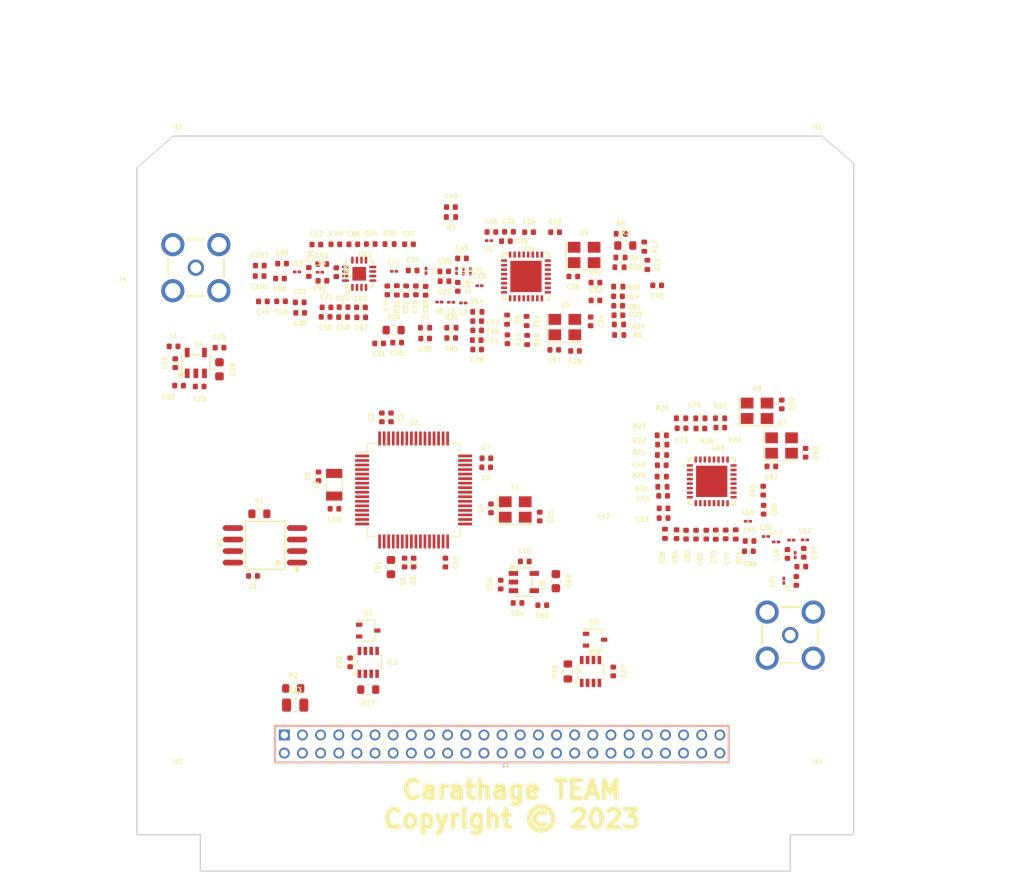
<source format=kicad_pcb>
(kicad_pcb (version 20221018) (generator pcbnew)
  (title_block (title "UPSat COMMS") (date "2016-04-09") (rev "0.3"))
  (layers (0 "F.Cu" signal) (1 "In1.Cu" signal) (2 "In2.Cu" signal) (31 "B.Cu" signal) (34 "B.Paste" user) (35 "F.Paste" user) (36 "B.SilkS" user "B.Silkscreen") (37 "F.SilkS" user "F.Silkscreen") (38 "B.Mask" user) (39 "F.Mask" user) (44 "Edge.Cuts" user))
  (net 0 "")
  (net 1 "GND")
  (net 2 "+3V3")
  (net 3 "/STM32L4_HSE_IN")
  (net 4 "/STM32L4_LSE_IN")
  (net 5 "/VDDA")
  (net 6 "/STM32L4_LSE_OUT")
  (net 7 "/STM32L4_HSE_OUT")
  (net 8 "/STM32L4_NRST")
  (net 9 "/5V")
  (net 10 "/3V3")
  (net 11 "/OUT_3V3")
  (net 12 "Net-(C49-Pad1)")
  (net 13 "VDD")
  (net 14 "Net-(C53-Pad1)")
  (net 15 "Net-(C54-Pad1)")
  (net 16 "Net-(C56-Pad2)")
  (net 17 "Net-(C56-Pad1)")
  (net 18 "Net-(C57-Pad2)")
  (net 19 "Net-(C59-Pad2)")
  (net 20 "Net-(C61-Pad2)")
  (net 21 "Net-(C75-Pad2)")
  (net 22 "Net-(C75-Pad1)")
  (net 23 "Net-(C78-Pad2)")
  (net 24 "Net-(C82-Pad2)")
  (net 25 "Net-(C86-Pad2)")
  (net 26 "Net-(C86-Pad1)")
  (net 27 "Net-(C87-Pad1)")
  (net 28 "Net-(C90-Pad1)")
  (net 29 "Net-(C94-Pad2)")
  (net 30 "Net-(C95-Pad2)")
  (net 31 "Net-(C95-Pad1)")
  (net 32 "Net-(C97-Pad1)")
  (net 33 "Net-(C100-Pad1)")
  (net 34 "Net-(C102-Pad1)")
  (net 35 "/5V_OCP_control")
  (net 36 "/SUP_5V0")
  (net 37 "Net-(IC1-Pad6)")
  (net 38 "/CS")
  (net 39 "Net-(R3-Pad1)")
  (net 40 "Net-(R5-Pad2)")
  (net 41 "/1RESET_N")
  (net 42 "Net-(R6-Pad2)")
  (net 43 "/1GPIO3")
  (net 44 "Net-(R7-Pad2)")
  (net 45 "/1GPIO2")
  (net 46 "Net-(R8-Pad2)")
  (net 47 "/SPI1_MOSI")
  (net 48 "Net-(R9-Pad2)")
  (net 49 "/SPI1_SCK")
  (net 50 "Net-(R10-Pad2)")
  (net 51 "/SPI1_MISO")
  (net 52 "Net-(R12-Pad2)")
  (net 53 "/1CS_N")
  (net 54 "/SUP_3V3_2")
  (net 55 "Net-(IC2-Pad6)")
  (net 56 "Net-(IC3-Pad6)")
  (net 57 "Net-(R21-Pad2)")
  (net 58 "/2RESET_N")
  (net 59 "Net-(R22-Pad2)")
  (net 60 "/2GPIO3")
  (net 61 "Net-(R23-Pad2)")
  (net 62 "/2GPIO2")
  (net 63 "Net-(R24-Pad2)")
  (net 64 "/SPI2_MOSI")
  (net 65 "Net-(R25-Pad2)")
  (net 66 "/SPI2_SCK")
  (net 67 "Net-(R26-Pad2)")
  (net 68 "/SPI2_MISO")
  (net 69 "Net-(R27-Pad2)")
  (net 70 "/2GPIO0")
  (net 71 "Net-(R28-Pad2)")
  (net 72 "/2CS_N")
  (net 73 "Net-(R34-Pad1)")
  (net 74 "/MISO")
  (net 75 "/CLK")
  (net 76 "/MOSI")
  (net 77 "Net-(U2-Pad62)")
  (net 78 "Net-(U2-Pad61)")
  (net 79 "Net-(U2-Pad59)")
  (net 80 "Net-(U2-Pad58)")
  (net 81 "Net-(U2-Pad57)")
  (net 82 "Net-(U2-Pad56)")
  (net 83 "Net-(U2-Pad55)")
  (net 84 "Net-(U2-Pad54)")
  (net 85 "Net-(U2-Pad50)")
  (net 86 "/STM32L4_SWDCLK")
  (net 87 "/STM32L4_SWDIO")
  (net 88 "Net-(U2-Pad45)")
  (net 89 "Net-(U2-Pad44)")
  (net 90 "Net-(U2-Pad38)")
  (net 91 "Net-(U2-Pad37)")
  (net 92 "Net-(U2-Pad36)")
  (net 93 "Net-(U2-Pad35)")
  (net 94 "/1GPIO0")
  (net 95 "Net-(U2-Pad28)")
  (net 96 "Net-(U2-Pad27)")
  (net 97 "/Conctrol_MCU")
  (net 98 "Net-(U2-Pad25)")
  (net 99 "/UART_Tx_Mission_Boss")
  (net 100 "/UART_Rx_Mission_Boss")
  (net 101 "Net-(U2-Pad14)")
  (net 102 "Net-(U2-Pad9)")
  (net 103 "Net-(U2-Pad8)")
  (net 104 "Net-(U2-Pad2)")
  (net 105 "Net-(C20-Pad1)")
  (net 106 "/3V3_OCP_control")
  (net 107 "Net-(IC2-Pad3)")
  (net 108 "Net-(IC2-Pad7)")
  (net 109 "Net-(IC2-Pad8)")
  (net 110 "Net-(IC3-Pad3)")
  (net 111 "Net-(IC3-Pad7)")
  (net 112 "Net-(IC3-Pad8)")
  (net 113 "Net-(C15-Pad1)")
  (net 114 "Net-(C19-Pad1)")
  (net 115 "Net-(C21-Pad2)")
  (net 116 "Net-(C21-Pad1)")
  (net 117 "Net-(C22-Pad2)")
  (net 118 "Net-(C23-Pad2)")
  (net 119 "Net-(C24-Pad2)")
  (net 120 "Net-(C32-Pad2)")
  (net 121 "Net-(C32-Pad1)")
  (net 122 "Net-(C33-Pad2)")
  (net 123 "Net-(C40-Pad2)")
  (net 124 "Net-(C42-Pad2)")
  (net 125 "Net-(C42-Pad1)")
  (net 126 "Net-(C43-Pad1)")
  (net 127 "Net-(C45-Pad1)")
  (net 128 "Net-(C46-Pad2)")
  (net 129 "Net-(C47-Pad2)")
  (net 130 "Net-(C47-Pad1)")
  (net 131 "Net-(C48-Pad1)")
  (net 132 "Net-(C55-Pad1)")
  (net 133 "Net-(C72-Pad1)")
  (net 134 "Net-(C76-Pad1)")
  (net 135 "Net-(C79-Pad1)")
  (net 136 "Net-(C83-Pad1)")
  (net 137 "Net-(C96-Pad2)")
  (net 138 "Net-(C101-Pad1)")
  (net 139 "Net-(C103-Pad1)")
  (net 140 "Net-(R18-Pad1)")
  (net 141 "Net-(C74-Pad2)")
  (net 142 "Net-(C74-Pad1)")
  (net 143 "Net-(R11-Pad2)")
  (net 144 "Net-(R33-Pad2)")
  (net 145 "Net-(U6-Pad16)")
  (net 146 "Net-(U10-Pad16)")
  (net 147 "Net-(U11-Pad7)")
  (net 148 "Net-(U11-Pad13)")
  (net 149 "Net-(U3-Pad1)")
  (net 150 "Net-(U7-Pad1)")
  (net 151 "Net-(J1-Pad4)")
  (net 152 "Net-(J1-Pad5)")
  (net 153 "Net-(J1-Pad6)")
  (net 154 "Net-(J1-Pad7)")
  (net 155 "Net-(J1-Pad8)")
  (net 156 "Net-(J1-Pad9)")
  (net 157 "Net-(J1-Pad10)")
  (net 158 "Net-(J1-Pad11)")
  (net 159 "Net-(J1-Pad12)")
  (net 160 "Net-(J1-Pad21)")
  (net 161 "Net-(J1-Pad22)")
  (net 162 "/SUP_UNREG_1")
  (net 163 "Net-(J1-Pad27)")
  (net 164 "Net-(J1-Pad28)")
  (net 165 "Net-(J1-Pad29)")
  (net 166 "Net-(J1-Pad30)")
  (net 167 "Net-(J1-Pad31)")
  (net 168 "Net-(J1-Pad32)")
  (net 169 "Net-(J1-Pad33)")
  (net 170 "Net-(J1-Pad34)")
  (net 171 "/SUP_UNREG_2")
  (net 172 "Net-(J1-Pad37)")
  (net 173 "Net-(J1-Pad38)")
  (net 174 "Net-(J1-Pad39)")
  (net 175 "Net-(J1-Pad40)")
  (net 176 "Net-(J1-Pad41)")
  (net 177 "Net-(J1-Pad42)")
  (net 178 "Net-(J1-Pad43)")
  (net 179 "Net-(J1-Pad44)")
  (net 180 "Net-(J1-Pad45)")
  (net 181 "Net-(J1-Pad46)")
  (net 182 "Net-(J1-Pad47)")
  (net 183 "Net-(J1-Pad48)")
  (net 184 "/SUP_3V3_1")
  (footprint "MountingHole:MountingHole_3.7mm" (layer "F.Cu") (at 210.86 43.87)
    (fp_text reference "H1")
    (fp_text value "MountingHole_Pad")
  )
  (footprint "MountingHole:MountingHole_3.7mm" (layer "F.Cu") (at 140.36 113.82)
    (fp_text reference "H3")
    (fp_text value "MountingHole_Pad")
  )
  (footprint "MountingHole:MountingHole_3.7mm" (layer "F.Cu") (at 210.86 113.82)
    (fp_text reference "H4")
    (fp_text value "MountingHole_Pad")
  )
  (footprint "MountingHole:MountingHole_3.7mm" (layer "F.Cu") (at 140.36 43.87)
    (fp_text reference "H2")
    (fp_text value "MountingHole_Pad")
  )
  (footprint "Capacitor_SMD:C_0402_1005Metric" (layer "F.Cu") (at 148.66 88.645 180)
    (fp_text reference "C1")
    (fp_text value "0.1uF")
  )
  (footprint "Capacitor_SMD:C_0402_1005Metric" (layer "F.Cu") (at 162.86 71.17 90)
    (fp_text reference "C2")
    (fp_text value "4.7uF")
  )
  (footprint "Capacitor_SMD:C_0402_1005Metric" (layer "F.Cu") (at 163.86 71.17 -90)
    (fp_text reference "C3")
    (fp_text value "0.1uF")
  )
  (footprint "Capacitor_SMD:C_0402_1005Metric" (layer "F.Cu") (at 174.885 81.195 90)
    (fp_text reference "C4")
    (fp_text value "12p")
  )
  (footprint "Capacitor_SMD:C_0402_1005Metric" (layer "F.Cu") (at 155.885 77.67 90)
    (fp_text reference "C5")
    (fp_text value "2.2p")
  )
  (footprint "Capacitor_SMD:C_0402_1005Metric" (layer "F.Cu") (at 165.36 87.17 -90)
    (fp_text reference "C6")
    (fp_text value "1uF")
  )
  (footprint "Capacitor_SMD:C_0402_1005Metric" (layer "F.Cu") (at 174.38 75.67)
    (fp_text reference "C7")
    (fp_text value "0.1uF")
  )
  (footprint "Capacitor_SMD:C_0402_1005Metric" (layer "F.Cu") (at 166.36 87.17 -90)
    (fp_text reference "C8")
    (fp_text value "0.1uF")
  )
  (footprint "Capacitor_SMD:C_0402_1005Metric" (layer "F.Cu") (at 174.36 76.67 180)
    (fp_text reference "C9")
    (fp_text value "0.1uF")
  )
  (footprint "Capacitor_SMD:C_0402_1005Metric" (layer "F.Cu") (at 157.635 81.245 180)
    (fp_text reference "C10")
    (fp_text value "2.2p")
  )
  (footprint "Capacitor_SMD:C_0402_1005Metric" (layer "F.Cu") (at 180.26 82.095 -90)
    (fp_text reference "C11")
    (fp_text value "12p")
  )
  (footprint "Capacitor_SMD:C_0402_1005Metric" (layer "F.Cu") (at 169.86 87.17 -90)
    (fp_text reference "C12")
    (fp_text value "0.1uF")
  )
  (footprint "Capacitor_SMD:C_0805_2012Metric" (layer "F.Cu") (at 153.31 102.88)
    (fp_text reference "C13")
    (fp_text value "10uF")
  )
  (footprint "Capacitor_SMD:C_0402_1005Metric" (layer "F.Cu") (at 176.7 62.56 -90)
    (fp_text reference "C14")
    (fp_text value "1u")
  )
  (footprint "Capacitor_SMD:C_0402_1005Metric" (layer "F.Cu") (at 151.75 58.38 180)
    (fp_text reference "C15")
    (fp_text value "100nF")
  )
  (footprint "Capacitor_SMD:C_0402_1005Metric" (layer "F.Cu") (at 140.085 65.195 90)
    (fp_text reference "C16")
    (fp_text value "100nF")
  )
  (footprint "Capacitor_SMD:C_0402_1005Metric" (layer "F.Cu") (at 173.36 60.56)
    (fp_text reference "C17")
    (fp_text value "47nF")
  )
  (footprint "Capacitor_SMD:C_0402_1005Metric" (layer "F.Cu") (at 173.36 61.58 180)
    (fp_text reference "C18")
    (fp_text value "47nF")
  )
  (footprint "Capacitor_SMD:C_0402_1005Metric" (layer "F.Cu") (at 173.31 62.66)
    (fp_text reference "C19")
    (fp_text value "220nF")
  )
  (footprint "Capacitor_SMD:C_0402_1005Metric" (layer "F.Cu") (at 140.51 67.67 180)
    (fp_text reference "C20")
    (fp_text value "10nF")
  )
  (footprint "Capacitor_SMD:C_0402_1005Metric" (layer "F.Cu") (at 169.77 56.16 180)
    (fp_text reference "C21")
    (fp_text value "22pF")
  )
  (footprint "Capacitor_SMD:C_0402_1005Metric" (layer "F.Cu") (at 188.93 59.91 180)
    (fp_text reference "C22")
    (fp_text value "15pF")
  )
  (footprint "Capacitor_SMD:C_0402_1005Metric" (layer "F.Cu") (at 153.81 58.49)
    (fp_text reference "C23")
    (fp_text value "15pF")
  )
  (footprint "Capacitor_SMD:C_0402_1005Metric" (layer "F.Cu") (at 188.88 57.83 180)
    (fp_text reference "C24")
    (fp_text value "47nF")
  )
  (footprint "Capacitor_SMD:C_0402_1005Metric" (layer "F.Cu") (at 142.785 67.77 180)
    (fp_text reference "C25")
    (fp_text value "47nF")
  )
  (footprint "Capacitor_SMD:C_0402_1005Metric" (layer "F.Cu") (at 144.97 63.49)
    (fp_text reference "C26")
    (fp_text value "TBD")
  )
  (footprint "Capacitor_SMD:C_0402_1005Metric" (layer "F.Cu") (at 165.85 52.09)
    (fp_text reference "C27")
    (fp_text value "47nF")
  )
  (footprint "Capacitor_SMD:C_0402_1005Metric" (layer "F.Cu") (at 184.15 63.85 180)
    (fp_text reference "C28")
    (fp_text value "47nF")
  )
  (footprint "Capacitor_SMD:C_0603_1608Metric" (layer "F.Cu") (at 144.96 65.87 -90)
    (fp_text reference "C29")
    (fp_text value "2.2uF")
  )
  (footprint "Capacitor_SMD:C_0402_1005Metric" (layer "F.Cu") (at 167.63 62.48 180)
    (fp_text reference "C30")
    (fp_text value "47nF")
  )
  (footprint "Capacitor_SMD:C_0402_1005Metric" (layer "F.Cu") (at 162.56 63.02 180)
    (fp_text reference "C31")
    (fp_text value "47nF")
  )
  (footprint "Capacitor_SMD:C_0402_1005Metric" (layer "F.Cu") (at 186.4 58.28)
    (fp_text reference "C32")
    (fp_text value "1.8nF")
  )
  (footprint "Capacitor_SMD:C_0402_1005Metric" (layer "F.Cu") (at 176.53 51.75 180)
    (fp_text reference "C33")
    (fp_text value "47nF")
  )
  (footprint "Capacitor_SMD:C_0402_1005Metric" (layer "F.Cu") (at 185.87 60.59 -90)
    (fp_text reference "C34")
    (fp_text value "47nF")
  )
  (footprint "Capacitor_SMD:C_0402_1005Metric" (layer "F.Cu") (at 164.55 62.93 180)
    (fp_text reference "C35")
    (fp_text value "10µF")
  )
  (footprint "Capacitor_SMD:C_0402_1005Metric" (layer "F.Cu") (at 176.87 50.72)
    (fp_text reference "C36")
    (fp_text value "47nF")
  )
  (footprint "Capacitor_SMD:C_0402_1005Metric" (layer "F.Cu") (at 188.36 99.17 -90)
    (fp_text reference "C37")
    (fp_text value "10µF")
  )
  (footprint "Capacitor_SMD:C_0402_1005Metric" (layer "F.Cu") (at 153.86 59.65 180)
    (fp_text reference "C38")
    (fp_text value "47nF")
  )
  (footprint "Capacitor_SMD:C_0402_1005Metric" (layer "F.Cu") (at 159.36 98.17 90)
    (fp_text reference "C39")
    (fp_text value "10µF")
  )
  (footprint "Capacitor_SMD:C_0402_1005Metric" (layer "F.Cu") (at 170.47 47.99)
    (fp_text reference "C40")
    (fp_text value "10nF")
  )
  (footprint "Capacitor_SMD:C_0402_1005Metric" (layer "F.Cu") (at 186.4 56.31)
    (fp_text reference "C41")
    (fp_text value "10nF")
  )
  (footprint "Capacitor_SMD:C_0402_1005Metric" (layer "F.Cu") (at 155.64 52.12)
    (fp_text reference "C42")
    (fp_text value "39pF")
  )
  (footprint "Capacitor_SMD:C_0402_1005Metric" (layer "F.Cu") (at 193.2 56.62 180)
    (fp_text reference "C43")
    (fp_text value "56pF")
  )
  (footprint "Capacitor_SMD:C_0402_1005Metric" (layer "F.Cu") (at 149.75 58.39 180)
    (fp_text reference "C44")
    (fp_text value "100pF")
  )
  (footprint "Capacitor_SMD:C_0402_1005Metric" (layer "F.Cu") (at 171.69 53.65)
    (fp_text reference "C45")
    (fp_text value "2.2pF")
  )
  (footprint "Capacitor_SMD:C_0402_1005Metric" (layer "F.Cu") (at 174.93 50.74)
    (fp_text reference "C46")
    (fp_text value "5.1pF")
  )
  (footprint "Capacitor_SMD:C_0402_1005Metric" (layer "F.Cu") (at 193.91 81.195)
    (fp_text reference "C47")
    (fp_text value "5.1pF")
  )
  (footprint "Capacitor_SMD:C_0402_1005Metric" (layer "F.Cu") (at 171.23 56.78 -90)
    (fp_text reference "C48")
    (fp_text value "5.1pF")
  )
  (footprint "Capacitor_SMD:C_0402_1005Metric" (layer "F.Cu") (at 193.71 76.445)
    (fp_text reference "C49")
    (fp_text value "100nF")
  )
  (footprint "Capacitor_SMD:C_0402_1005Metric" (layer "F.Cu") (at 175.96 89.595 90)
    (fp_text reference "C50")
    (fp_text value "100nF")
  )
  (footprint "Capacitor_SMD:C_0402_1005Metric" (layer "F.Cu") (at 193.86 79.82)
    (fp_text reference "C51")
    (fp_text value "47nF")
  )
  (footprint "Capacitor_SMD:C_0402_1005Metric" (layer "F.Cu") (at 181.95 50.76)
    (fp_text reference "C52")
    (fp_text value "47nF")
  )
  (footprint "Capacitor_SMD:C_0402_1005Metric" (layer "F.Cu") (at 193.91 82.27)
    (fp_text reference "C53")
    (fp_text value "220nF")
  )
  (footprint "Capacitor_SMD:C_0402_1005Metric" (layer "F.Cu") (at 177.81 91.62 180)
    (fp_text reference "C54")
    (fp_text value "10nF")
  )
  (footprint "Capacitor_SMD:C_0402_1005Metric" (layer "F.Cu") (at 169.73 55.08)
    (fp_text reference "C55")
    (fp_text value "6.2pF")
  )
  (footprint "Capacitor_SMD:C_0402_1005Metric" (layer "F.Cu") (at 183.96 55.64 180)
    (fp_text reference "C56")
    (fp_text value "22pF")
  )
  (footprint "Capacitor_SMD:C_0402_1005Metric" (layer "F.Cu") (at 156.66 60.095 180)
    (fp_text reference "C58")
    (fp_text value "3.3uF")
  )
  (footprint "Capacitor_SMD:C_0402_1005Metric" (layer "F.Cu") (at 158.585 60.12 180)
    (fp_text reference "C60")
    (fp_text value "10000pF")
  )
  (footprint "Capacitor_SMD:C_0402_1005Metric" (layer "F.Cu") (at 160.56 59.045 180)
    (fp_text reference "C62")
    (fp_text value "10000pF")
  )
  (footprint "Capacitor_SMD:C_0402_1005Metric" (layer "F.Cu") (at 180.535 91.87 180)
    (fp_text reference "C63")
    (fp_text value "47nF")
  )
  (footprint "Capacitor_SMD:C_0402_1005Metric" (layer "F.Cu") (at 179.08 50.76)
    (fp_text reference "C64")
    (fp_text value "TBD")
  )
  (footprint "Capacitor_SMD:C_0402_1005Metric" (layer "F.Cu") (at 197.485 84.095 -90)
    (fp_text reference "C65")
    (fp_text value "47nF")
  )
  (footprint "Capacitor_SMD:C_0402_1005Metric" (layer "F.Cu") (at 160.585 60.145 180)
    (fp_text reference "C67")
    (fp_text value "1nF")
  )
  (footprint "Capacitor_SMD:C_0402_1005Metric" (layer "F.Cu") (at 158.635 59.02 180)
    (fp_text reference "C68")
    (fp_text value "1nF")
  )
  (footprint "Capacitor_SMD:C_0603_1608Metric" (layer "F.Cu") (at 182.035 89.22 -90)
    (fp_text reference "C69")
    (fp_text value "2.2uF")
  )
  (footprint "Capacitor_SMD:C_0402_1005Metric" (layer "F.Cu") (at 198.61 84.095 -90)
    (fp_text reference "C70")
    (fp_text value "47nF")
  )
  (footprint "Capacitor_SMD:C_0402_1005Metric" (layer "F.Cu") (at 156.76 59.045)
    (fp_text reference "C71")
    (fp_text value "330pF")
  )
  (footprint "Capacitor_SMD:C_0402_1005Metric" (layer "F.Cu") (at 166.61 57.17 -90)
    (fp_text reference "C72")
    (fp_text value "330pF")
  )
  (footprint "Capacitor_SMD:C_0402_1005Metric" (layer "F.Cu") (at 163.46 57.17 -90)
    (fp_text reference "C74")
    (fp_text value "56pF")
  )
  (footprint "Capacitor_SMD:C_0402_1005Metric" (layer "F.Cu") (at 166.25 54.98)
    (fp_text reference "C76")
    (fp_text value "18pF")
  )
  (footprint "Capacitor_SMD:C_0402_1005Metric" (layer "F.Cu") (at 200.76 84.07 -90)
    (fp_text reference "C77")
    (fp_text value "47nF")
  )
  (footprint "Capacitor_SMD:C_0402_1005Metric" (layer "F.Cu") (at 173.36 63.69 180)
    (fp_text reference "C78")
    (fp_text value "47nF")
  )
  (footprint "Capacitor_SMD:C_0402_1005Metric" (layer "F.Cu") (at 157.735 52.095)
    (fp_text reference "C79")
    (fp_text value "10000pF")
  )
  (footprint "Capacitor_SMD:C_0402_1005Metric" (layer "F.Cu") (at 188.9 58.87 180)
    (fp_text reference "C81")
    (fp_text value "47nF")
  )
  (footprint "Capacitor_SMD:C_0402_1005Metric" (layer "F.Cu") (at 196.385 84.095 -90)
    (fp_text reference "C82")
    (fp_text value "10nF")
  )
  (footprint "Capacitor_SMD:C_0402_1005Metric" (layer "F.Cu") (at 167.68 57.22 90)
    (fp_text reference "C83")
    (fp_text value "18pF")
  )
  (footprint "Capacitor_SMD:C_0402_1005Metric" (layer "F.Cu") (at 161.635 52.07)
    (fp_text reference "C84")
    (fp_text value "10000pF")
  )
  (footprint "Capacitor_SMD:C_0402_1005Metric" (layer "F.Cu") (at 170.5 62.42 180)
    (fp_text reference "C85")
    (fp_text value "10nF")
  )
  (footprint "Capacitor_SMD:C_0402_1005Metric" (layer "F.Cu") (at 203.31 85.92)
    (fp_text reference "C86")
    (fp_text value "150 pF")
  )
  (footprint "Capacitor_SMD:C_0402_1005Metric" (layer "F.Cu") (at 159.71 52.095)
    (fp_text reference "C88")
    (fp_text value "47pF")
  )
  (footprint "Capacitor_SMD:C_0402_1005Metric" (layer "F.Cu") (at 207.56 86.22 90)
    (fp_text reference "C90" hide)
    (fp_text value "15 pF")
  )
  (footprint "Capacitor_SMD:C_0402_1005Metric" (layer "F.Cu") (at 156.31 56.12)
    (fp_text reference "C91")
    (fp_text value "47pF")
  )
  (footprint "Capacitor_SMD:C_0402_1005Metric" (layer "F.Cu") (at 156.285 54.27)
    (fp_text reference "C92")
    (fp_text value "1nF")
  )
  (footprint "Capacitor_SMD:C_0402_1005Metric" (layer "F.Cu") (at 157.835 55.17 -90)
    (fp_text reference "C93")
    (fp_text value "3.3uF")
  )
  (footprint "Capacitor_SMD:C_0402_1005Metric" (layer "F.Cu") (at 195.335 84.045 -90)
    (fp_text reference "C94")
    (fp_text value "15 pF")
  )
  (footprint "Capacitor_SMD:C_0402_1005Metric" (layer "F.Cu") (at 203.385 84.795)
    (fp_text reference "C95")
    (fp_text value "15 pF")
  )
  (footprint "Capacitor_SMD:C_0402_1005Metric" (layer "F.Cu") (at 154.81 55.145 -90)
    (fp_text reference "C96")
    (fp_text value "TBD")
  )
  (footprint "Capacitor_SMD:C_0402_1005Metric" (layer "F.Cu") (at 209.36 86.095 -90)
    (fp_text reference "C97")
    (fp_text value "15 pF")
  )
  (footprint "Capacitor_SMD:C_0402_1005Metric" (layer "F.Cu") (at 151.635 55.87 180)
    (fp_text reference "C98")
    (fp_text value "6.8 pF")
  )
  (footprint "Capacitor_SMD:C_0402_1005Metric" (layer "F.Cu") (at 151.86 54.22)
    (fp_text reference "C99")
    (fp_text value "22 pF")
  )
  (footprint "Capacitor_SMD:C_0402_1005Metric" (layer "F.Cu") (at 209.085 87.62)
    (fp_text reference "C100" hide)
    (fp_text value "18 pF")
  )
  (footprint "Capacitor_SMD:C_0402_1005Metric" (layer "F.Cu") (at 149.385 55.595 180)
    (fp_text reference "C101")
    (fp_text value "4 pF")
  )
  (footprint "Capacitor_SMD:C_0402_1005Metric" (layer "F.Cu") (at 208.535 89.195 -90)
    (fp_text reference "C102" hide)
    (fp_text value "1.8 pF")
  )
  (footprint "Capacitor_SMD:C_0402_1005Metric" (layer "F.Cu") (at 149.41 54.445)
    (fp_text reference "C103")
    (fp_text value "56pF")
  )
  (footprint "Inductor_SMD:L_0603_1608Metric" (layer "F.Cu") (at 163.86 87.67 90)
    (fp_text reference "FB1")
    (fp_text value "Ferrite_Bead")
  )
  (footprint "foot-print-library:LTC4361ITS8-2#TRMPBF" (layer "F.Cu") (at 161.36 98.17)
    (fp_text reference "IC2")
    (fp_text value "LTC4361ITS8-2#TRMPBF" hide)
  )
  (footprint "foot-print-library:LTC4361ITS8-2#TRMPBF" (layer "F.Cu") (at 185.86 99.17)
    (fp_text reference "IC3")
    (fp_text value "LTC4361ITS8-2#TRMPBF" hide)
  )
  (footprint "foot-print-library:60611002111502" (layer "F.Cu") (at 207.86 95.17)
    (fp_text reference "J3")
    (fp_text value "SMA")
  )
  (footprint "foot-print-library:60611002111502" (layer "F.Cu") (at 142.36 54.67 180)
    (fp_text reference "J4")
    (fp_text value "SMA")
  )
  (footprint "Capacitor_SMD:C_0402_1005Metric" (layer "F.Cu") (at 139.91 63.345)
    (fp_text reference "L1")
    (fp_text value "BLM15HG102SN1D")
  )
  (footprint "Inductor_SMD:L_01005_0402Metric" (layer "F.Cu") (at 171.83 58.56 180)
    (fp_text reference "L2")
    (fp_text value "56nH")
  )
  (footprint "Inductor_SMD:L_01005_0402Metric" (layer "F.Cu") (at 170.49 58.48 180)
    (fp_text reference "L3")
    (fp_text value "56nH")
  )
  (footprint "Inductor_SMD:L_01005_0402Metric" (layer "F.Cu") (at 171.84 55.07 -90)
    (fp_text reference "L4")
    (fp_text value "15nH")
  )
  (footprint "Inductor_SMD:L_01005_0402Metric" (layer "F.Cu") (at 174.67 51.69 180)
    (fp_text reference "L5")
    (fp_text value "27nH")
  )
  (footprint "Inductor_SMD:L_01005_0402Metric" (layer "F.Cu") (at 172.62 55.08 -90)
    (fp_text reference "L6")
    (fp_text value "27nH")
  )
  (footprint "Inductor_SMD:L_01005_0402Metric" (layer "F.Cu") (at 171.09 55.03 -90)
    (fp_text reference "L7")
    (fp_text value "43nH")
  )
  (footprint "Inductor_SMD:L_01005_0402Metric" (layer "F.Cu") (at 169.2 58.46 180)
    (fp_text reference "L8")
    (fp_text value "15nH")
  )
  (footprint "Inductor_SMD:L_01005_0402Metric" (layer "F.Cu") (at 167.72 55.02 -90)
    (fp_text reference "L9")
    (fp_text value "22nH")
  )
  (footprint "Capacitor_SMD:C_0402_1005Metric" (layer "F.Cu") (at 178.61 87.045)
    (fp_text reference "L10")
    (fp_text value "Capacitor_SMD:C_0402_1005Metric")
  )
  (footprint "Inductor_SMD:L_01005_0402Metric" (layer "F.Cu") (at 164.2 55.08)
    (fp_text reference "L11")
    (fp_text value "6.8nH")
  )
  (footprint "Inductor_SMD:L_01005_0402Metric" (layer "F.Cu") (at 173.62 56.66)
    (fp_text reference "L13")
    (fp_text value "180 nH")
  )
  (footprint "Inductor_SMD:L_01005_0402Metric" (layer "F.Cu") (at 156.035 55.17)
    (fp_text reference "L14")
    (fp_text value "Taiyo Yuden ")
  )
  (footprint "Inductor_SMD:L_01005_0402Metric" (layer "F.Cu") (at 206.31 84.895)
    (fp_text reference "L17")
    (fp_text value "91 nH")
  )
  (footprint "Inductor_SMD:L_01005_0402Metric" (layer "F.Cu") (at 153.51 55.145)
    (fp_text reference "L18")
    (fp_text value "4.3 nH")
  )
  (footprint "Inductor_SMD:L_01005_0402Metric" (layer "F.Cu") (at 208.41 86.345 90)
    (fp_text reference "L19")
    (fp_text value "120 nH")
  )
  (footprint "Inductor_SMD:L_01005_0402Metric" (layer "F.Cu") (at 207.16 89.17 90)
    (fp_text reference "L21")
    (fp_text value "75 nH")
  )
  (footprint "Package_TO_SOT_SMD:SOT-323_SC-70" (layer "F.Cu") (at 161.36 94.67)
    (fp_text reference "Q2")
    (fp_text value "FDMS8050")
  )
  (footprint "Package_TO_SOT_SMD:SOT-323_SC-70" (layer "F.Cu") (at 186.36 95.67)
    (fp_text reference "Q3")
    (fp_text value "FDMS8050")
  )
  (footprint "Resistor_SMD:R_0603_1608Metric" (layer "F.Cu") (at 149.36 81.795)
    (fp_text reference "R1")
    (fp_text value "10K")
  )
  (footprint "Resistor_SMD:R_0603_1608Metric" (layer "F.Cu") (at 153.09 101.04)
    (fp_text reference "R2")
    (fp_text value "10K")
  )
  (footprint "Resistor_SMD:R_0603_1608Metric" (layer "F.Cu") (at 189.69 52.23)
    (fp_text reference "R3")
    (fp_text value "10K")
  )
  (footprint "Resistor_SMD:R_0402_1005Metric" (layer "F.Cu") (at 189.19 50.94)
    (fp_text reference "R4")
    (fp_text value "0")
  )
  (footprint "Resistor_SMD:R_0402_1005Metric" (layer "F.Cu") (at 170.48 49.09 180)
    (fp_text reference "R5")
    (fp_text value "0")
  )
  (footprint "Resistor_SMD:R_0402_1005Metric" (layer "F.Cu") (at 189.16 53.55)
    (fp_text reference "R6")
    (fp_text value "0")
  )
  (footprint "Resistor_SMD:R_0402_1005Metric" (layer "F.Cu") (at 167.62 61.29)
    (fp_text reference "R7")
    (fp_text value "0")
  )
  (footprint "Resistor_SMD:R_0402_1005Metric" (layer "F.Cu") (at 189.02 62.09 180)
    (fp_text reference "R8")
    (fp_text value "0")
  )
  (footprint "Resistor_SMD:R_0402_1005Metric" (layer "F.Cu") (at 176.66 60.4 -90)
    (fp_text reference "R9")
    (fp_text value "0")
  )
  (footprint "Resistor_SMD:R_0402_1005Metric" (layer "F.Cu") (at 189.05 54.62)
    (fp_text reference "R10")
    (fp_text value "0")
  )
  (footprint "Resistor_SMD:R_0402_1005Metric" (layer "F.Cu") (at 178.81 60.55 -90)
    (fp_text reference "R11")
    (fp_text value "0")
  )
  (footprint "Resistor_SMD:R_0402_1005Metric" (layer "F.Cu") (at 191.78 52.36 -90)
    (fp_text reference "R12")
    (fp_text value "0")
  )
  (footprint "Resistor_SMD:R_0402_1005Metric" (layer "F.Cu") (at 192.12 54.36 -90)
    (fp_text reference "R13")
    (fp_text value "0")
  )
  (footprint "Resistor_SMD:R_0402_1005Metric" (layer "F.Cu") (at 173.38 59.54)
    (fp_text reference "R14")
    (fp_text value "0")
  )
  (footprint "Resistor_SMD:R_0603_1608Metric" (layer "F.Cu") (at 164.16 61.55)
    (fp_text reference "R15")
    (fp_text value "0.025R")
  )
  (footprint "Resistor_SMD:R_0603_1608Metric" (layer "F.Cu") (at 183.36 99.17 90)
    (fp_text reference "R16")
    (fp_text value "0.025R")
  )
  (footprint "Resistor_SMD:R_0603_1608Metric" (layer "F.Cu") (at 161.36 101.17)
    (fp_text reference "R17")
    (fp_text value "0.025R")
  )
  (footprint "Resistor_SMD:R_0402_1005Metric" (layer "F.Cu") (at 188.91 56.76)
    (fp_text reference "R18")
    (fp_text value "56K")
  )
  (footprint "Resistor_SMD:R_0402_1005Metric" (layer "F.Cu") (at 178.87 62.64 -90)
    (fp_text reference "R19")
    (fp_text value "18")
  )
  (footprint "Resistor_SMD:R_0402_1005Metric" (layer "F.Cu") (at 193.785 78.82 180)
    (fp_text reference "R20")
    (fp_text value "0")
  )
  (footprint "Resistor_SMD:R_0402_1005Metric" (layer "F.Cu") (at 193.735 75.32)
    (fp_text reference "R21")
    (fp_text value "0")
  )
  (footprint "Resistor_SMD:R_0402_1005Metric" (layer "F.Cu") (at 193.76 74.17)
    (fp_text reference "R22")
    (fp_text value "0")
  )
  (footprint "Resistor_SMD:R_0402_1005Metric" (layer "F.Cu") (at 193.71 73.145)
    (fp_text reference "R23")
    (fp_text value "0")
  )
  (footprint "Resistor_SMD:R_0402_1005Metric" (layer "F.Cu") (at 188.99 60.93 180)
    (fp_text reference "R24")
    (fp_text value "0")
  )
  (footprint "Resistor_SMD:R_0402_1005Metric" (layer "F.Cu") (at 194.06 83.995 90)
    (fp_text reference "R28")
    (fp_text value "0")
  )
  (footprint "Resistor_SMD:R_0402_1005Metric" (layer "F.Cu") (at 193.71 77.695)
    (fp_text reference "R29")
    (fp_text value "0")
  )
  (footprint "Resistor_SMD:R_0402_1005Metric" (layer "F.Cu") (at 170.53 61.29)
    (fp_text reference "R30")
    (fp_text value "0")
  )
  (footprint "Resistor_SMD:R_0402_1005Metric" (layer "F.Cu") (at 165.535 57.195 -90)
    (fp_text reference "R31")
    (fp_text value "0")
  )
  (footprint "Resistor_SMD:R_0402_1005Metric" (layer "F.Cu") (at 164.51 57.17 -90)
    (fp_text reference "R32")
    (fp_text value "180")
  )
  (footprint "Resistor_SMD:R_0402_1005Metric" (layer "F.Cu") (at 163.71 52.07)
    (fp_text reference "R33")
    (fp_text value "18")
  )
  (footprint "Resistor_SMD:R_0402_1005Metric" (layer "F.Cu") (at 199.66 84.095 -90)
    (fp_text reference "R34" hide)
    (fp_text value "56K")
  )
  (footprint "Resistor_SMD:R_0402_1005Metric" (layer "F.Cu") (at 201.86 84.07 -90)
    (fp_text reference "R35")
    (fp_text value "22 Ohm")
  )
  (footprint "foot-print-library:FLAHMEMORY" (layer "F.Cu") (at 149.985 85.27 90)
    (fp_text reference "U1")
    (fp_text value "W25Q128JVSIQ" hide)
  )
  (footprint "Package_QFP:LQFP-64_10x10mm_P0.5mm" (layer "F.Cu") (at 166.36 79.17)
    (fp_text reference "U2")
    (fp_text value "STM32L431RCTx")
  )
  (footprint "Crystal:Crystal_SMD_3225-4Pin_3.2x2.5mm" (layer "F.Cu") (at 183.02 61.22)
    (fp_text reference "U3")
    (fp_text value "TXCO_TG_5021CG")
  )
  (footprint "foot-print-library:TSOT-23-5_L2.9-W1.6-P0.95-LS2.8-BL" (layer "F.Cu") (at 142.36 65.17)
    (fp_text reference "U4")
    (fp_text value "TPS79930" hide)
  )
  (footprint "Crystal:Crystal_SMD_3225-4Pin_3.2x2.5mm" (layer "F.Cu") (at 185.15 53.27)
    (fp_text reference "U5")
    (fp_text value "FA_128_")
  )
  (footprint "foot-print-library:HVQFN-32_L5.0-W5.0-P0.50-TL-EP" (layer "F.Cu") (at 178.74 55.64)
    (fp_text reference "U6")
    (fp_text value "CC1125" hide)
  )
  (footprint "foot-print-library:TSOT-23-5_L2.9-W1.6-P0.95-LS2.8-BL" (layer "F.Cu") (at 178.51 89.32 -90)
    (fp_text reference "U8")
    (fp_text value "TPS79930" hide)
  )
  (footprint "foot-print-library:HVQFN-32_L5.0-W5.0-P0.50-TL-EP" (layer "F.Cu") (at 199.21 78.22)
    (fp_text reference "U10")
    (fp_text value "CC1125" hide)
  )
  (footprint "foot-print-library:QFN-16_L3.0-W3.0-P0.50-BL-EP1.5" (layer "F.Cu") (at 160.36 55.345)
    (fp_text reference "U11")
    (fp_text value "RF5110G" hide)
  )
  (footprint "Crystal:Crystal_SMD_3225-4Pin_3.2x2.5mm" (layer "F.Cu") (at 177.56 81.32)
    (fp_text reference "Y1")
    (fp_text value "12M")
  )
  (footprint "Crystal:Crystal_SMD_3215-2Pin_3.2x1.5mm" (layer "F.Cu") (at 157.61 78.595 90)
    (fp_text reference "Y2")
    (fp_text value "32.768KHz")
  )
  (footprint "Capacitor_SMD:C_0402_1005Metric" (layer "F.Cu") (at 200.16 72.295)
    (fp_text reference "C80")
    (fp_text value "47nF")
  )
  (footprint "Resistor_SMD:R_0402_1005Metric" (layer "F.Cu") (at 200.135 71.27)
    (fp_text reference "R27")
    (fp_text value "0")
  )
  (footprint "Resistor_SMD:R_0402_1005Metric" (layer "F.Cu") (at 197.96 71.27)
    (fp_text reference "R26")
    (fp_text value "0")
  )
  (footprint "Resistor_SMD:R_0402_1005Metric" (layer "F.Cu") (at 195.835 71.27)
    (fp_text reference "R25")
    (fp_text value "0")
  )
  (footprint "Capacitor_SMD:C_0402_1005Metric" (layer "F.Cu") (at 181.86 63.73 180)
    (fp_text reference "C57")
    (fp_text value "15pF")
  )
  (footprint "Capacitor_SMD:C_0402_1005Metric" (layer "F.Cu") (at 197.96 72.395)
    (fp_text reference "C75")
    (fp_text value "1.8nF")
  )
  (footprint "Capacitor_SMD:C_0402_1005Metric" (layer "F.Cu") (at 195.885 72.37 180)
    (fp_text reference "C73")
    (fp_text value "47nF")
  )
  (footprint "Inductor_SMD:L_01005_0402Metric" (layer "F.Cu") (at 205.185 84.295)
    (fp_text reference "L20")
    (fp_text value "43 nH")
  )
  (footprint "Inductor_SMD:L_01005_0402Metric" (layer "F.Cu") (at 207.985 84.695)
    (fp_text reference "L15" hide)
    (fp_text value "19 nH")
  )
  (footprint "Inductor_SMD:L_01005_0402Metric" (layer "F.Cu") (at 209.485 84.67)
    (fp_text reference "L12")
    (fp_text value "150 nH")
  )
  (footprint "Inductor_SMD:L_01005_0402Metric" (layer "F.Cu") (at 203.21 82.62)
    (fp_text reference "L16")
    (fp_text value "91 nH")
  )
  (footprint "Capacitor_SMD:C_0402_1005Metric" (layer "F.Cu") (at 209.56 75.07 -90)
    (fp_text reference "C89")
    (fp_text value "100pF")
  )
  (footprint "Capacitor_SMD:C_0402_1005Metric" (layer "F.Cu") (at 205.785 76.57 180)
    (fp_text reference "C87")
    (fp_text value "100 pF")
  )
  (footprint "Crystal:Crystal_SMD_3225-4Pin_3.2x2.5mm" (layer "F.Cu") (at 204.21 70.445)
    (fp_text reference "U9")
    (fp_text value "FA_128_")
  )
  (footprint "Crystal:Crystal_SMD_3225-4Pin_3.2x2.5mm" (layer "F.Cu") (at 206.91 74.27)
    (fp_text reference "U7")
    (fp_text value "TXCO_TG_5021CG")
  )
  (footprint "Capacitor_SMD:C_0402_1005Metric" (layer "F.Cu") (at 204.885 79.245 90)
    (fp_text reference "C61")
    (fp_text value "47nF")
  )
  (footprint "Capacitor_SMD:C_0402_1005Metric" (layer "F.Cu") (at 204.935 81.345 -90)
    (fp_text reference "C66")
    (fp_text value "47nF")
  )
  (footprint "Capacitor_SMD:C_0402_1005Metric" (layer "F.Cu") (at 206.935 69.745 -90)
    (fp_text reference "C59")
    (fp_text value "15pF")
  )
  (footprint "foot-print-library:HDR-TH_50P-P2.00-V-M-R2-C25-S2.00" (layer "B.Cu") (at 176.11 107.17)
    (fp_text reference "J1")
    (fp_text value "Conn_02x25_Odd_Even" hide)
  )
  (gr_line (start 211.36 40.17) (end 214.86 43.17) (stroke (width 0.15)) (layer "Edge.Cuts"))
  (gr_line (start 135.86 43.67) (end 139.86 40.17) (stroke (width 0.15)) (layer "Edge.Cuts"))
  (gr_line (start 142.86 117.17) (end 142.86 121.17) (stroke (width 0.15)) (layer "Edge.Cuts"))
  (gr_line (start 207.86 117.17) (end 207.86 121.17) (stroke (width 0.15)) (layer "Edge.Cuts"))
  (gr_line (start 214.86 43.17) (end 214.86 117.17) (stroke (width 0.15)) (layer "Edge.Cuts"))
  (gr_line (start 139.86 40.17) (end 211.36 40.17) (stroke (width 0.15)) (layer "Edge.Cuts"))
  (gr_line (start 207.86 121.17) (end 142.86 121.17) (stroke (width 0.15)) (layer "Edge.Cuts"))
  (gr_line (start 214.86 117.17) (end 207.86 117.17) (stroke (width 0.15)) (layer "Edge.Cuts"))
  (gr_line (start 135.86 43.67) (end 135.86 117.17) (stroke (width 0.15)) (layer "Edge.Cuts"))
  (gr_line (start 135.86 117.17) (end 142.86 117.17) (stroke (width 0.15)) (layer "Edge.Cuts"))
  (gr_text "Carathage TEAM\nCopyright © 2023" (at 177.176 113.826) (layer "F.SilkS") (effects (font (size 2 2) (thickness 0.5))))
)
</source>
